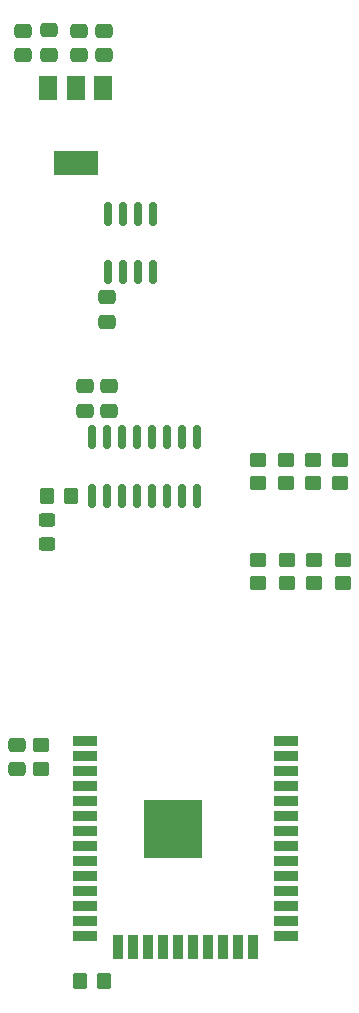
<source format=gbr>
%TF.GenerationSoftware,KiCad,Pcbnew,(6.0.7)*%
%TF.CreationDate,2022-09-03T19:18:48+08:00*%
%TF.ProjectId,Joker60_v2,4a6f6b65-7236-4305-9f76-322e6b696361,1.0*%
%TF.SameCoordinates,Original*%
%TF.FileFunction,Paste,Top*%
%TF.FilePolarity,Positive*%
%FSLAX46Y46*%
G04 Gerber Fmt 4.6, Leading zero omitted, Abs format (unit mm)*
G04 Created by KiCad (PCBNEW (6.0.7)) date 2022-09-03 19:18:48*
%MOMM*%
%LPD*%
G01*
G04 APERTURE LIST*
G04 Aperture macros list*
%AMRoundRect*
0 Rectangle with rounded corners*
0 $1 Rounding radius*
0 $2 $3 $4 $5 $6 $7 $8 $9 X,Y pos of 4 corners*
0 Add a 4 corners polygon primitive as box body*
4,1,4,$2,$3,$4,$5,$6,$7,$8,$9,$2,$3,0*
0 Add four circle primitives for the rounded corners*
1,1,$1+$1,$2,$3*
1,1,$1+$1,$4,$5*
1,1,$1+$1,$6,$7*
1,1,$1+$1,$8,$9*
0 Add four rect primitives between the rounded corners*
20,1,$1+$1,$2,$3,$4,$5,0*
20,1,$1+$1,$4,$5,$6,$7,0*
20,1,$1+$1,$6,$7,$8,$9,0*
20,1,$1+$1,$8,$9,$2,$3,0*%
G04 Aperture macros list end*
%ADD10RoundRect,0.250000X-0.350000X-0.450000X0.350000X-0.450000X0.350000X0.450000X-0.350000X0.450000X0*%
%ADD11RoundRect,0.250000X-0.450000X0.325000X-0.450000X-0.325000X0.450000X-0.325000X0.450000X0.325000X0*%
%ADD12RoundRect,0.150000X0.150000X-0.850000X0.150000X0.850000X-0.150000X0.850000X-0.150000X-0.850000X0*%
%ADD13RoundRect,0.250000X0.475000X-0.337500X0.475000X0.337500X-0.475000X0.337500X-0.475000X-0.337500X0*%
%ADD14RoundRect,0.250000X-0.450000X0.350000X-0.450000X-0.350000X0.450000X-0.350000X0.450000X0.350000X0*%
%ADD15RoundRect,0.250000X-0.475000X0.337500X-0.475000X-0.337500X0.475000X-0.337500X0.475000X0.337500X0*%
%ADD16R,2.000000X0.900000*%
%ADD17R,0.900000X2.000000*%
%ADD18R,5.000000X5.000000*%
%ADD19RoundRect,0.150000X-0.150000X0.825000X-0.150000X-0.825000X0.150000X-0.825000X0.150000X0.825000X0*%
%ADD20R,1.500000X2.000000*%
%ADD21R,3.800000X2.000000*%
G04 APERTURE END LIST*
D10*
%TO.C,R12*%
X44339000Y-231013000D03*
X46339000Y-231013000D03*
%TD*%
%TO.C,R10*%
X41545000Y-189992000D03*
X43545000Y-189992000D03*
%TD*%
D11*
%TO.C,D33*%
X41529000Y-192015000D03*
X41529000Y-194065000D03*
%TD*%
D12*
%TO.C,U4*%
X45339000Y-184952000D03*
X46609000Y-184952000D03*
X47879000Y-184952000D03*
X49149000Y-184952000D03*
X50419000Y-184952000D03*
X51689000Y-184952000D03*
X52959000Y-184952000D03*
X54229000Y-184952000D03*
X54229000Y-189952000D03*
X52959000Y-189952000D03*
X51689000Y-189952000D03*
X50419000Y-189952000D03*
X49149000Y-189952000D03*
X47879000Y-189952000D03*
X46609000Y-189952000D03*
X45339000Y-189952000D03*
%TD*%
D13*
%TO.C,C8*%
X46736000Y-180699500D03*
X46736000Y-182774500D03*
%TD*%
%TO.C,C3*%
X44704000Y-182774500D03*
X44704000Y-180699500D03*
%TD*%
%TO.C,C2*%
X46609000Y-173155700D03*
X46609000Y-175230700D03*
%TD*%
D14*
%TO.C,R4*%
X64058800Y-186909200D03*
X64058800Y-188909200D03*
%TD*%
%TO.C,R1*%
X41021000Y-211097000D03*
X41021000Y-213097000D03*
%TD*%
D15*
%TO.C,C1*%
X38989000Y-211059500D03*
X38989000Y-213134500D03*
%TD*%
D14*
%TO.C,R6*%
X59385200Y-195376800D03*
X59385200Y-197376800D03*
%TD*%
%TO.C,R5*%
X66294000Y-186909200D03*
X66294000Y-188909200D03*
%TD*%
%TO.C,R9*%
X66548000Y-195360800D03*
X66548000Y-197360800D03*
%TD*%
%TO.C,R7*%
X61874400Y-195376800D03*
X61874400Y-197376800D03*
%TD*%
%TO.C,R8*%
X64160400Y-195360800D03*
X64160400Y-197360800D03*
%TD*%
D16*
%TO.C,U1*%
X44713000Y-210693000D03*
X44713000Y-211963000D03*
X44713000Y-213233000D03*
X44713000Y-214503000D03*
X44713000Y-215773000D03*
X44713000Y-217043000D03*
X44713000Y-218313000D03*
X44713000Y-219583000D03*
X44713000Y-220853000D03*
X44713000Y-222123000D03*
X44713000Y-223393000D03*
X44713000Y-224663000D03*
X44713000Y-225933000D03*
X44713000Y-227203000D03*
D17*
X47498000Y-228203000D03*
X48768000Y-228203000D03*
X50038000Y-228203000D03*
X51308000Y-228203000D03*
X52578000Y-228203000D03*
X53848000Y-228203000D03*
X55118000Y-228203000D03*
X56388000Y-228203000D03*
X57658000Y-228203000D03*
X58928000Y-228203000D03*
D16*
X61713000Y-227203000D03*
X61713000Y-225933000D03*
X61713000Y-224663000D03*
X61713000Y-223393000D03*
X61713000Y-222123000D03*
X61713000Y-220853000D03*
X61713000Y-219583000D03*
X61713000Y-218313000D03*
X61713000Y-217043000D03*
X61713000Y-215773000D03*
X61713000Y-214503000D03*
X61713000Y-213233000D03*
X61713000Y-211963000D03*
X61713000Y-210693000D03*
D18*
X52213000Y-218193000D03*
%TD*%
D19*
%TO.C,U2*%
X50520600Y-166079400D03*
X49250600Y-166079400D03*
X47980600Y-166079400D03*
X46710600Y-166079400D03*
X46710600Y-171029400D03*
X47980600Y-171029400D03*
X49250600Y-171029400D03*
X50520600Y-171029400D03*
%TD*%
D13*
%TO.C,C4*%
X39497000Y-152654000D03*
X39497000Y-150579000D03*
%TD*%
%TO.C,C5*%
X41656000Y-152638000D03*
X41656000Y-150563000D03*
%TD*%
D14*
%TO.C,R3*%
X61772800Y-186909200D03*
X61772800Y-188909200D03*
%TD*%
D13*
%TO.C,C6*%
X46355000Y-152675500D03*
X46355000Y-150600500D03*
%TD*%
%TO.C,C7*%
X44196000Y-152675500D03*
X44196000Y-150600500D03*
%TD*%
D20*
%TO.C,U3*%
X46242000Y-155473000D03*
X43942000Y-155473000D03*
D21*
X43942000Y-161773000D03*
D20*
X41642000Y-155473000D03*
%TD*%
D14*
%TO.C,R2*%
X59385200Y-186909200D03*
X59385200Y-188909200D03*
%TD*%
M02*

</source>
